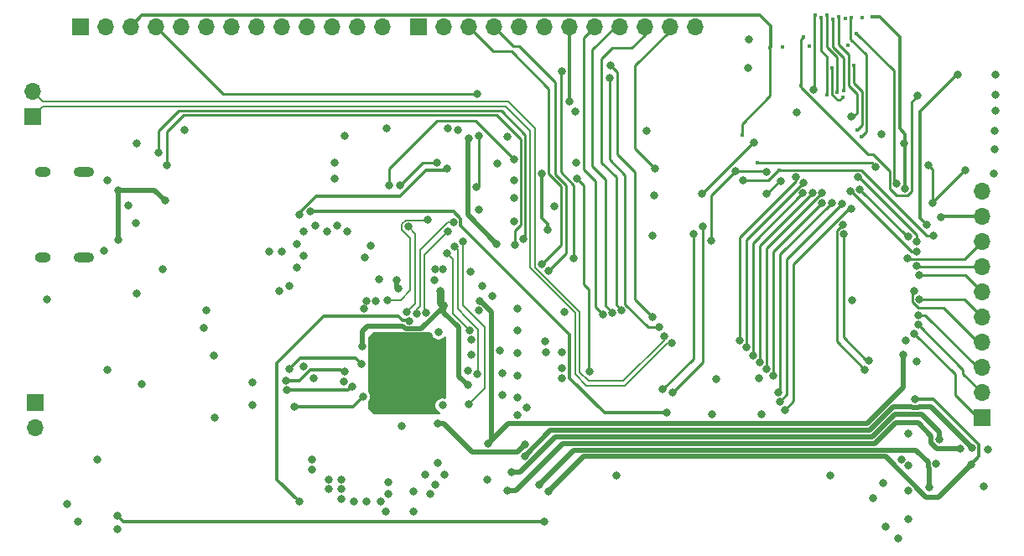
<source format=gbl>
%TF.GenerationSoftware,KiCad,Pcbnew,7.0.5-4d25ed1034~172~ubuntu22.04.1*%
%TF.CreationDate,2023-07-07T08:06:09+02:00*%
%TF.ProjectId,epaper-breakout,65706170-6572-42d6-9272-65616b6f7574,rev?*%
%TF.SameCoordinates,Original*%
%TF.FileFunction,Copper,L4,Bot*%
%TF.FilePolarity,Positive*%
%FSLAX46Y46*%
G04 Gerber Fmt 4.6, Leading zero omitted, Abs format (unit mm)*
G04 Created by KiCad (PCBNEW 7.0.5-4d25ed1034~172~ubuntu22.04.1) date 2023-07-07 08:06:09*
%MOMM*%
%LPD*%
G01*
G04 APERTURE LIST*
%TA.AperFunction,ComponentPad*%
%ADD10C,0.508000*%
%TD*%
%TA.AperFunction,ComponentPad*%
%ADD11R,1.700000X1.700000*%
%TD*%
%TA.AperFunction,ComponentPad*%
%ADD12O,1.700000X1.700000*%
%TD*%
%TA.AperFunction,ComponentPad*%
%ADD13O,2.100000X1.000000*%
%TD*%
%TA.AperFunction,ComponentPad*%
%ADD14O,1.600000X1.000000*%
%TD*%
%TA.AperFunction,ViaPad*%
%ADD15C,0.800000*%
%TD*%
%TA.AperFunction,ViaPad*%
%ADD16C,0.450000*%
%TD*%
%TA.AperFunction,Conductor*%
%ADD17C,0.500000*%
%TD*%
%TA.AperFunction,Conductor*%
%ADD18C,0.250000*%
%TD*%
%TA.AperFunction,Conductor*%
%ADD19C,0.300000*%
%TD*%
%TA.AperFunction,Conductor*%
%ADD20C,0.750000*%
%TD*%
%TA.AperFunction,Conductor*%
%ADD21C,0.200000*%
%TD*%
G04 APERTURE END LIST*
D10*
X66598800Y-47802800D03*
X66598800Y-47015400D03*
X66598800Y-46228000D03*
X66598800Y-45440600D03*
X66598800Y-44653200D03*
X65811400Y-47802800D03*
X65811400Y-47015400D03*
X65811400Y-46228000D03*
X65811400Y-45440600D03*
X65811400Y-44653200D03*
X65024000Y-47802800D03*
X65024000Y-47015400D03*
X65024000Y-46228000D03*
X65024000Y-45440600D03*
X65024000Y-44653200D03*
X64236600Y-47802800D03*
X64236600Y-47015400D03*
X64236600Y-46228000D03*
X64236600Y-45440600D03*
X64236600Y-44653200D03*
X63449200Y-47802800D03*
X63449200Y-47015400D03*
X63449200Y-46228000D03*
X63449200Y-45440600D03*
X63449200Y-44653200D03*
D11*
X27350000Y-49275000D03*
D12*
X27350000Y-51815000D03*
D11*
X27100000Y-20375000D03*
D12*
X27100000Y-17835000D03*
D11*
X122936000Y-50800000D03*
D12*
X122936000Y-48260000D03*
X122936000Y-45720000D03*
X122936000Y-43180000D03*
X122936000Y-40640000D03*
X122936000Y-38100000D03*
X122936000Y-35560000D03*
X122936000Y-33020000D03*
X122936000Y-30480000D03*
X122936000Y-27940000D03*
D11*
X66000000Y-11300000D03*
D12*
X68540000Y-11300000D03*
X71080000Y-11300000D03*
X73620000Y-11300000D03*
X76160000Y-11300000D03*
X78700000Y-11300000D03*
X81240000Y-11300000D03*
X83780000Y-11300000D03*
X86320000Y-11300000D03*
X88860000Y-11300000D03*
X91400000Y-11300000D03*
X93940000Y-11300000D03*
D11*
X31875000Y-11300000D03*
D12*
X34415000Y-11300000D03*
X36955000Y-11300000D03*
X39495000Y-11300000D03*
X42035000Y-11300000D03*
X44575000Y-11300000D03*
X47115000Y-11300000D03*
X49655000Y-11300000D03*
X52195000Y-11300000D03*
X54735000Y-11300000D03*
X57275000Y-11300000D03*
X59815000Y-11300000D03*
X62355000Y-11300000D03*
D13*
X32270000Y-25980000D03*
D14*
X28090000Y-25980000D03*
D13*
X32270000Y-34620000D03*
D14*
X28090000Y-34620000D03*
D15*
X112900000Y-57400000D03*
X68959500Y-21600000D03*
X68658999Y-56500000D03*
D16*
X109350000Y-13210000D03*
D15*
X76000000Y-48750000D03*
X70000000Y-21700000D03*
X34600000Y-26800000D03*
X61200000Y-33400000D03*
X37600000Y-38200000D03*
X115200000Y-43000000D03*
X76000000Y-44250000D03*
X70993000Y-46022000D03*
X81900000Y-19900000D03*
X67750000Y-35750000D03*
X65500000Y-60250000D03*
X37500000Y-31100000D03*
X68072000Y-42164000D03*
X28500000Y-38800000D03*
X74500000Y-46250000D03*
X58800000Y-32000000D03*
X71374000Y-44402000D03*
X89100000Y-21800000D03*
X68500000Y-35750000D03*
X124300000Y-19800000D03*
X40200000Y-35800000D03*
X89800000Y-28300000D03*
X124200000Y-21800000D03*
X115500000Y-52400000D03*
X78800000Y-43100000D03*
X58600000Y-22300000D03*
X76000000Y-39750000D03*
X54400000Y-32000000D03*
X30600000Y-59500000D03*
D16*
X105480000Y-13260000D03*
D15*
X33650000Y-55000000D03*
X100400000Y-46800000D03*
X45400000Y-44500000D03*
X67250000Y-58500000D03*
X54396686Y-45604099D03*
X81995500Y-25000000D03*
X123500000Y-54000000D03*
X57800000Y-31400000D03*
X118300000Y-55409500D03*
X99360000Y-12554502D03*
X114771491Y-54975564D03*
X55250000Y-55000000D03*
X56800000Y-32000000D03*
X99350000Y-15440000D03*
X44600000Y-39900000D03*
X36708582Y-29308012D03*
X77000000Y-49750000D03*
X68451743Y-49531257D03*
X55438000Y-46812000D03*
X124300000Y-18200000D03*
X80540000Y-46750000D03*
X67944000Y-55306000D03*
X107600000Y-56600000D03*
X80500000Y-45750000D03*
X100700000Y-50400000D03*
X62800000Y-21600000D03*
X53800000Y-35600000D03*
X73000000Y-57040000D03*
X86000000Y-56600000D03*
X58496777Y-47094403D03*
X54400000Y-34400000D03*
X115500000Y-61000000D03*
X66750000Y-56500000D03*
X123100000Y-57700000D03*
X76000000Y-46500000D03*
X52250000Y-34000000D03*
X109800000Y-38900000D03*
X55250000Y-56000000D03*
X31650000Y-61250000D03*
D16*
X110860000Y-10360000D03*
D15*
X64367281Y-51584663D03*
X49250000Y-49500000D03*
X113200000Y-61800000D03*
X116300000Y-45100000D03*
X124100000Y-26100000D03*
X45500000Y-50750000D03*
X42400000Y-21700000D03*
X60600000Y-34600000D03*
X67750000Y-57500000D03*
X64000000Y-37750000D03*
X67604000Y-36896000D03*
D16*
X109090000Y-10440000D03*
D15*
X72500000Y-37500000D03*
X55600000Y-31400000D03*
X124300000Y-16100000D03*
X114500000Y-63000000D03*
X95700000Y-50400000D03*
X37600000Y-23100000D03*
X112740000Y-22110000D03*
X35650000Y-62000000D03*
X75705500Y-30934015D03*
X34300000Y-33900000D03*
D16*
X102750000Y-13350000D03*
D15*
X124200000Y-23700000D03*
X62015534Y-36765534D03*
X80800000Y-40100000D03*
X63854000Y-36896000D03*
X44400000Y-41700000D03*
X53800000Y-33200000D03*
X34600000Y-45900000D03*
X62750000Y-60250000D03*
X51000000Y-34000000D03*
X74500000Y-48500000D03*
X76000000Y-42000000D03*
X96100000Y-46900000D03*
X38100000Y-47400000D03*
X74250000Y-44000000D03*
X49250000Y-47250000D03*
X71300000Y-36000000D03*
X76000000Y-50500000D03*
X116430000Y-18260000D03*
X60452000Y-48641000D03*
X117600000Y-57800000D03*
X53500000Y-49663998D03*
D16*
X104620000Y-17250000D03*
X104890000Y-12320000D03*
D15*
X78200000Y-57500000D03*
X121800000Y-55500000D03*
X53000000Y-45840002D03*
X116200000Y-48900000D03*
X60276746Y-45337029D03*
X79200000Y-58200000D03*
X115111595Y-27645000D03*
X115050000Y-23040000D03*
D16*
X111820000Y-10310000D03*
D15*
X76769806Y-54625000D03*
X121900000Y-53800000D03*
X120709500Y-53900000D03*
X117510000Y-25320000D03*
X75000000Y-58100000D03*
X54000000Y-59250000D03*
X121200000Y-25800000D03*
X65123990Y-41021000D03*
X117900000Y-29100000D03*
X91100000Y-50300000D03*
X55151693Y-29951693D03*
D16*
X109730000Y-10400000D03*
D15*
X110600000Y-27700000D03*
D16*
X110720000Y-22430000D03*
D15*
X75700000Y-24700000D03*
X115500000Y-32500000D03*
X63100000Y-27284500D03*
X114954092Y-44450000D03*
X117334015Y-31265985D03*
X72250000Y-39000000D03*
X120490000Y-16170000D03*
X73091535Y-53390500D03*
X104260000Y-19980000D03*
X98815631Y-26784369D03*
X64200000Y-27300000D03*
X118000000Y-32400000D03*
X67900000Y-25000000D03*
D16*
X102420000Y-25800000D03*
D15*
X39800000Y-24000000D03*
X76600000Y-32700000D03*
X40600000Y-25300000D03*
X75800000Y-33300000D03*
D16*
X100280000Y-25070000D03*
D15*
X118600000Y-53000000D03*
X118790500Y-30500000D03*
X112150000Y-25420000D03*
X75448895Y-56250000D03*
X35700000Y-27800000D03*
X40466337Y-28866337D03*
X35700000Y-32800000D03*
X35633940Y-60664443D03*
X78740000Y-61300000D03*
X111500000Y-45000000D03*
X94690000Y-28160000D03*
X108929797Y-32265500D03*
X99940000Y-23010000D03*
X68250000Y-38000000D03*
X70993000Y-47498000D03*
X60326257Y-43559743D03*
X68540000Y-39451000D03*
X72000000Y-18100000D03*
X69598307Y-31001693D03*
X72100000Y-22300000D03*
X65827661Y-40227659D03*
X71900000Y-27500000D03*
X66795248Y-40192747D03*
X69000000Y-32000000D03*
X67000000Y-30800000D03*
X62927794Y-38873237D03*
X70513656Y-32991465D03*
X71100000Y-49400000D03*
X80500000Y-15784500D03*
X81700000Y-34700000D03*
X71967629Y-46342244D03*
X69700000Y-33500000D03*
X68900000Y-34200000D03*
X71197092Y-41985670D03*
X64876356Y-40094004D03*
X65000000Y-31500000D03*
X73500000Y-38500000D03*
X71387944Y-42926000D03*
X65500000Y-58250000D03*
X60750000Y-39000000D03*
X57000000Y-57000000D03*
X72092259Y-39946447D03*
X59500000Y-59250000D03*
X58250000Y-59000000D03*
X71100000Y-22600000D03*
X60500000Y-39750000D03*
X73900000Y-33200000D03*
X58250000Y-57000000D03*
X62250000Y-59250000D03*
X58250000Y-58000000D03*
X63000000Y-58500000D03*
X52000000Y-38000000D03*
X61750000Y-39000000D03*
X53000000Y-37500000D03*
X57000000Y-58000000D03*
X63000000Y-57250000D03*
X60750000Y-59250000D03*
X78900000Y-44200000D03*
X67945000Y-51333000D03*
X76750000Y-53500000D03*
X57600000Y-25000000D03*
X57600000Y-26600000D03*
X89684500Y-32400000D03*
X75700000Y-28600000D03*
X75705500Y-26800000D03*
X115477597Y-58122403D03*
X80500000Y-44200000D03*
X72100000Y-29800000D03*
X79715500Y-29400000D03*
X74034500Y-25100000D03*
X111900000Y-58900000D03*
X75000000Y-22400000D03*
X115500000Y-55600000D03*
X101200000Y-28200000D03*
D16*
X98720000Y-22200000D03*
D15*
X102600000Y-26900000D03*
D16*
X101550000Y-13390000D03*
D15*
X91571232Y-43271232D03*
X90828768Y-42528768D03*
X78459500Y-35300000D03*
X79173237Y-35941268D03*
X89700000Y-40600000D03*
X85400000Y-15200000D03*
X84680970Y-40356952D03*
X85616735Y-40144850D03*
X86548734Y-39916764D03*
X89900000Y-25600000D03*
X82000000Y-26600000D03*
X83300000Y-46090500D03*
X54000000Y-30300000D03*
X79100000Y-31784500D03*
X68900000Y-25600000D03*
X81280000Y-18874500D03*
X78500000Y-26100000D03*
X108900179Y-31267852D03*
X98050000Y-25860000D03*
X111100000Y-45900000D03*
X101190000Y-25955000D03*
X95600000Y-32900000D03*
X109700000Y-29700000D03*
D16*
X110270000Y-11980000D03*
D15*
X114312758Y-27112588D03*
X103000000Y-50000000D03*
X102491465Y-49186344D03*
X108800000Y-29200000D03*
X102392974Y-48231910D03*
X107736233Y-29095737D03*
D16*
X108970000Y-17760000D03*
X107870000Y-10510000D03*
X108840000Y-18410000D03*
D15*
X101871500Y-46569000D03*
X106777322Y-29062072D03*
D16*
X107770000Y-15460000D03*
D15*
X101187000Y-45884500D03*
X106787116Y-28084247D03*
D16*
X107290000Y-10130000D03*
X108300000Y-17930000D03*
D15*
X105812480Y-28090853D03*
X100502500Y-45202500D03*
D16*
X107240000Y-18190000D03*
D15*
X104842351Y-28092952D03*
X99818000Y-44482000D03*
D16*
X106650000Y-10400000D03*
D15*
X104864218Y-27102348D03*
X99125000Y-43675000D03*
X105900000Y-17690000D03*
X98440500Y-42966421D03*
X104130116Y-26484500D03*
D16*
X106060000Y-10150000D03*
D15*
X116100000Y-42300000D03*
X116500000Y-41400000D03*
X116500000Y-40400000D03*
X116115500Y-38000548D03*
X116615500Y-38819475D03*
X116615500Y-36390646D03*
X116300000Y-35484500D03*
X115418078Y-34684500D03*
D16*
X108470000Y-10330000D03*
D15*
X116300000Y-34000000D03*
X109660982Y-27897208D03*
X109760000Y-20340000D03*
X90700000Y-47900000D03*
X93800000Y-32200000D03*
D16*
X110320000Y-21700000D03*
D15*
X94700000Y-31500000D03*
X116315632Y-33015632D03*
D16*
X110020000Y-15200000D03*
D15*
X91650000Y-48250000D03*
X110434500Y-26484500D03*
X58601000Y-46101000D03*
X52629276Y-47047619D03*
X52750000Y-48000000D03*
X59314705Y-47596994D03*
X90300000Y-41600000D03*
X85300000Y-16500000D03*
D17*
X63854000Y-37604000D02*
X64000000Y-37750000D01*
X63854000Y-36896000D02*
X63854000Y-37604000D01*
D18*
X111417537Y-24200000D02*
X111898737Y-24200000D01*
X104620000Y-17250000D02*
X104620000Y-12590000D01*
D19*
X59429002Y-49663998D02*
X60452000Y-48641000D01*
D17*
X116240000Y-54040000D02*
X117490000Y-55290000D01*
X117490000Y-55290000D02*
X117490000Y-55745013D01*
D18*
X115796595Y-18893405D02*
X116430000Y-18260000D01*
X111898737Y-24200000D02*
X113600000Y-25901263D01*
D17*
X117490000Y-55745013D02*
X117600000Y-55855013D01*
D18*
X104620000Y-17250000D02*
X104620000Y-17402463D01*
X113600000Y-25901263D02*
X113600000Y-27645547D01*
D17*
X81660000Y-54040000D02*
X116240000Y-54040000D01*
D19*
X53500000Y-49663998D02*
X59429002Y-49663998D01*
D17*
X78200000Y-57500000D02*
X81660000Y-54040000D01*
D18*
X114284453Y-28330000D02*
X115395332Y-28330000D01*
X115796595Y-27928737D02*
X115796595Y-18893405D01*
X104620000Y-12590000D02*
X104890000Y-12320000D01*
X113600000Y-27645547D02*
X114284453Y-28330000D01*
X115395332Y-28330000D02*
X115796595Y-27928737D01*
D17*
X117600000Y-55855013D02*
X117600000Y-57800000D01*
D18*
X104620000Y-17402463D02*
X111417537Y-24200000D01*
D17*
X82700000Y-54700000D02*
X113200000Y-54700000D01*
X79200000Y-58200000D02*
X82700000Y-54700000D01*
D19*
X54090002Y-44750000D02*
X59689717Y-44750000D01*
X121800000Y-55500000D02*
X122610000Y-54690000D01*
D17*
X117300000Y-58800000D02*
X118500000Y-58800000D01*
X113200000Y-54700000D02*
X117300000Y-58800000D01*
D19*
X118004092Y-48900000D02*
X116200000Y-48900000D01*
X122610000Y-54690000D02*
X122610000Y-53505908D01*
X122610000Y-53505908D02*
X118004092Y-48900000D01*
X59689717Y-44750000D02*
X60276746Y-45337029D01*
X53000000Y-45840002D02*
X54090002Y-44750000D01*
D17*
X118500000Y-58800000D02*
X121800000Y-55500000D01*
D19*
X114600000Y-21600000D02*
X115111595Y-22111595D01*
D17*
X116545513Y-49700000D02*
X116535513Y-49710000D01*
X115854487Y-49700000D02*
X113933380Y-49700000D01*
X113933380Y-49700000D02*
X111573380Y-52060000D01*
D19*
X111820000Y-10310000D02*
X112610000Y-10310000D01*
D17*
X116535513Y-49710000D02*
X115864487Y-49710000D01*
X79340000Y-52060000D02*
X76775000Y-54625000D01*
X76775000Y-54625000D02*
X76769806Y-54625000D01*
X117800000Y-49700000D02*
X116545513Y-49700000D01*
D19*
X114600000Y-12300000D02*
X114600000Y-21600000D01*
D17*
X121900000Y-53800000D02*
X117800000Y-49700000D01*
D19*
X115111595Y-22111595D02*
X115111595Y-27645000D01*
D17*
X115864487Y-49710000D02*
X115854487Y-49700000D01*
X111573380Y-52060000D02*
X79340000Y-52060000D01*
D19*
X112610000Y-10310000D02*
X114600000Y-12300000D01*
X51750000Y-45250000D02*
X51750000Y-57000000D01*
D17*
X80620000Y-53380000D02*
X75900000Y-58100000D01*
X112120140Y-53380000D02*
X80620000Y-53380000D01*
D19*
X64468990Y-40968990D02*
X64000000Y-40500000D01*
X65123990Y-41021000D02*
X65071980Y-40968990D01*
D18*
X117510000Y-25320000D02*
X117900000Y-25710000D01*
D17*
X114200140Y-51300000D02*
X112120140Y-53380000D01*
D18*
X117900000Y-25710000D02*
X117900000Y-29100000D01*
D17*
X117790000Y-52590000D02*
X116500000Y-51300000D01*
X116500000Y-51300000D02*
X114200140Y-51300000D01*
D19*
X117900000Y-29100000D02*
X121200000Y-25800000D01*
D17*
X118354487Y-53900000D02*
X117790000Y-53335513D01*
D19*
X56500000Y-40500000D02*
X64000000Y-40500000D01*
D17*
X75900000Y-58100000D02*
X75000000Y-58100000D01*
X120709500Y-53900000D02*
X118354487Y-53900000D01*
D19*
X56500000Y-40500000D02*
X51750000Y-45250000D01*
X65071980Y-40968990D02*
X64468990Y-40968990D01*
X51750000Y-57000000D02*
X54000000Y-59250000D01*
D17*
X117790000Y-53335513D02*
X117790000Y-52590000D01*
D19*
X81300000Y-42400000D02*
X70308307Y-31408307D01*
X70308307Y-31408307D02*
X70308307Y-30707601D01*
X91100000Y-50300000D02*
X84800000Y-50300000D01*
X81300000Y-46800000D02*
X81300000Y-42400000D01*
X84800000Y-50300000D02*
X81300000Y-46800000D01*
X70308307Y-30707601D02*
X69552399Y-29951693D01*
X69552399Y-29951693D02*
X55151693Y-29951693D01*
D18*
X110600000Y-27700000D02*
X115400000Y-32500000D01*
X111250000Y-14130000D02*
X109670000Y-12550000D01*
X115400000Y-32500000D02*
X115500000Y-32500000D01*
X110720000Y-22430000D02*
X111250000Y-21900000D01*
X67900000Y-20800000D02*
X63100000Y-25600000D01*
X111250000Y-21900000D02*
X111250000Y-14130000D01*
X109670000Y-10460000D02*
X109730000Y-10400000D01*
X71800000Y-20800000D02*
X67900000Y-20800000D01*
X63100000Y-25600000D02*
X63100000Y-27284500D01*
X75700000Y-24700000D02*
X71800000Y-20800000D01*
X109670000Y-12550000D02*
X109670000Y-10460000D01*
D17*
X73440000Y-53042035D02*
X73091535Y-53390500D01*
X111300000Y-51400000D02*
X114954092Y-47745908D01*
D19*
X116700000Y-19900000D02*
X120430000Y-16170000D01*
X116700000Y-30631970D02*
X116700000Y-19900000D01*
D17*
X72300000Y-39000000D02*
X73440000Y-40140000D01*
D19*
X120430000Y-16170000D02*
X120490000Y-16170000D01*
D17*
X75082035Y-51400000D02*
X111300000Y-51400000D01*
D19*
X117334015Y-31265985D02*
X116700000Y-30631970D01*
D17*
X114954092Y-47745908D02*
X114954092Y-44450000D01*
X72250000Y-39000000D02*
X72300000Y-39000000D01*
X73091535Y-53390500D02*
X75082035Y-51400000D01*
X73440000Y-40140000D02*
X73440000Y-53042035D01*
D18*
X118000000Y-32400000D02*
X117330000Y-32400000D01*
X101345631Y-26784369D02*
X98815631Y-26784369D01*
X102330500Y-25799500D02*
X101345631Y-26784369D01*
X67900000Y-25000000D02*
X66500000Y-25000000D01*
X66500000Y-25000000D02*
X64200000Y-27300000D01*
X117330000Y-32400000D02*
X110729500Y-25799500D01*
X110729500Y-25799500D02*
X102330500Y-25799500D01*
X76800000Y-22200000D02*
X76800000Y-32500000D01*
X39800000Y-21800000D02*
X41800000Y-19800000D01*
X76800000Y-32500000D02*
X76600000Y-32700000D01*
X41800000Y-19800000D02*
X74400000Y-19800000D01*
X74400000Y-19800000D02*
X76800000Y-22200000D01*
X39800000Y-24000000D02*
X39800000Y-21800000D01*
X40600000Y-21900000D02*
X40600000Y-25300000D01*
X76390000Y-22690000D02*
X73910000Y-20210000D01*
X75800000Y-31900000D02*
X76390000Y-31310000D01*
X76390000Y-31310000D02*
X76390000Y-22690000D01*
X73910000Y-20210000D02*
X42290000Y-20210000D01*
X75800000Y-33300000D02*
X75800000Y-31900000D01*
X42290000Y-20210000D02*
X40600000Y-21900000D01*
D17*
X118600000Y-53000000D02*
X118600000Y-52200000D01*
D19*
X118810500Y-30480000D02*
X122936000Y-30480000D01*
D17*
X118600000Y-52200000D02*
X116800000Y-50400000D01*
X79820319Y-52720000D02*
X76290319Y-56250000D01*
X111846760Y-52720000D02*
X79820319Y-52720000D01*
D18*
X111800000Y-25070000D02*
X112150000Y-25420000D01*
D17*
X114166760Y-50400000D02*
X111846760Y-52720000D01*
X76290319Y-56250000D02*
X75448895Y-56250000D01*
X116800000Y-50400000D02*
X114166760Y-50400000D01*
D18*
X100280000Y-25070000D02*
X111800000Y-25070000D01*
D19*
X118790500Y-30500000D02*
X118810500Y-30480000D01*
D17*
X39400000Y-27800000D02*
X40466337Y-28866337D01*
X35700000Y-27800000D02*
X39400000Y-27800000D01*
X35700000Y-27800000D02*
X35700000Y-32800000D01*
D19*
X78730000Y-61290000D02*
X36259497Y-61290000D01*
X78740000Y-61300000D02*
X78730000Y-61290000D01*
X36259497Y-61290000D02*
X35633940Y-60664443D01*
D18*
X99840000Y-23010000D02*
X99940000Y-23010000D01*
X111259594Y-45000000D02*
X108929797Y-42670203D01*
X94690000Y-28160000D02*
X99840000Y-23010000D01*
X111500000Y-45000000D02*
X111259594Y-45000000D01*
X108929797Y-42670203D02*
X108929797Y-32265500D01*
D17*
X70104000Y-41656000D02*
X70104000Y-46609000D01*
X60326257Y-42035743D02*
X60833000Y-41529000D01*
D20*
X68250000Y-39161000D02*
X68540000Y-39451000D01*
D17*
X64433188Y-41529000D02*
X64735189Y-41831001D01*
X68599000Y-39510000D02*
X68540000Y-39451000D01*
D20*
X68250000Y-38000000D02*
X68250000Y-39161000D01*
D17*
X60833000Y-41529000D02*
X64433188Y-41529000D01*
X60326257Y-43559743D02*
X60326257Y-42035743D01*
X68540000Y-39592802D02*
X68540000Y-39451000D01*
X68599000Y-40151000D02*
X68599000Y-39510000D01*
X70104000Y-46609000D02*
X70993000Y-47498000D01*
X68599000Y-40151000D02*
X70104000Y-41656000D01*
X66301801Y-41831001D02*
X68540000Y-39592802D01*
X64735189Y-41831001D02*
X66301801Y-41831001D01*
D18*
X72000000Y-18100000D02*
X46295000Y-18100000D01*
D21*
X68998307Y-31001693D02*
X66200000Y-33800000D01*
X66200000Y-39472161D02*
X65827661Y-39844500D01*
D18*
X46295000Y-18100000D02*
X39495000Y-11300000D01*
D21*
X66200000Y-33800000D02*
X66200000Y-39472161D01*
X69598307Y-31001693D02*
X68998307Y-31001693D01*
D18*
X72100000Y-27300000D02*
X72100000Y-22300000D01*
X71900000Y-27500000D02*
X72100000Y-27300000D01*
D21*
X65827661Y-39844500D02*
X65827661Y-40227659D01*
X66643997Y-40041496D02*
X66643997Y-34356003D01*
X66795248Y-40192747D02*
X66643997Y-40041496D01*
X66643997Y-34356003D02*
X69000000Y-32000000D01*
X65200000Y-37900000D02*
X64226763Y-38873237D01*
X64226763Y-38873237D02*
X62927794Y-38873237D01*
X64726619Y-30840000D02*
X64340000Y-31226619D01*
X66960000Y-30840000D02*
X64726619Y-30840000D01*
X65200000Y-32633381D02*
X65200000Y-37900000D01*
X67000000Y-30800000D02*
X66960000Y-30840000D01*
X64340000Y-31773381D02*
X65200000Y-32633381D01*
X64340000Y-31226619D02*
X64340000Y-31773381D01*
X70500000Y-39400000D02*
X72700000Y-41600000D01*
X70500000Y-33005121D02*
X70500000Y-39400000D01*
X70513656Y-32991465D02*
X70500000Y-33005121D01*
X72700000Y-41600000D02*
X72700000Y-47800000D01*
X72700000Y-47800000D02*
X71100000Y-49400000D01*
D18*
X80500000Y-15784500D02*
X80400000Y-15884500D01*
X81700000Y-27300000D02*
X81700000Y-34700000D01*
X80400000Y-26000000D02*
X81700000Y-27300000D01*
X80400000Y-15884500D02*
X80400000Y-26000000D01*
D21*
X70900000Y-40700000D02*
X70000000Y-39800000D01*
X70000000Y-33800000D02*
X69700000Y-33500000D01*
X72047944Y-46261929D02*
X72047944Y-41847944D01*
X70000000Y-39800000D02*
X70000000Y-33800000D01*
X71967629Y-46342244D02*
X72047944Y-46261929D01*
X72047944Y-41847944D02*
X70900000Y-40700000D01*
X68900000Y-34200000D02*
X69500000Y-34800000D01*
X69500000Y-40288578D02*
X71197092Y-41985670D01*
X69500000Y-34800000D02*
X69500000Y-40288578D01*
X65000000Y-31500000D02*
X65700000Y-32200000D01*
X65700000Y-32200000D02*
X65700000Y-39270360D01*
X65700000Y-39270360D02*
X64876356Y-40094004D01*
D17*
X71000000Y-22700000D02*
X71000000Y-30300000D01*
X71000000Y-30300000D02*
X73900000Y-33200000D01*
X71100000Y-22600000D02*
X71000000Y-22700000D01*
X76750000Y-53500000D02*
X76050000Y-54200000D01*
X76050000Y-54200000D02*
X71450000Y-54200000D01*
X71450000Y-54200000D02*
X68583000Y-51333000D01*
X68583000Y-51333000D02*
X67945000Y-51333000D01*
D19*
X101570000Y-13370000D02*
X101550000Y-13390000D01*
X95640000Y-10140000D02*
X100510000Y-10140000D01*
D18*
X98720000Y-22200000D02*
X98720000Y-21110000D01*
D19*
X36955000Y-11300000D02*
X38115000Y-10140000D01*
X101570000Y-11200000D02*
X101570000Y-13370000D01*
X38115000Y-10140000D02*
X95640000Y-10140000D01*
D18*
X98720000Y-21110000D02*
X101550000Y-18280000D01*
X102600000Y-26900000D02*
X102500000Y-26900000D01*
X101550000Y-18280000D02*
X101550000Y-13390000D01*
D19*
X100510000Y-10140000D02*
X101570000Y-11200000D01*
D18*
X102500000Y-26900000D02*
X101200000Y-28200000D01*
D21*
X74830001Y-19330001D02*
X28144999Y-19330001D01*
X81875000Y-46393200D02*
X81875000Y-40184116D01*
X83006800Y-47525000D02*
X81875000Y-46393200D01*
X77300000Y-21800000D02*
X74830001Y-19330001D01*
X86893199Y-47525000D02*
X83006800Y-47525000D01*
X77300000Y-35609116D02*
X77300000Y-21800000D01*
X81875000Y-40184116D02*
X77300000Y-35609116D01*
X91571232Y-43271232D02*
X91146967Y-43271232D01*
X91146967Y-43271232D02*
X86893199Y-47525000D01*
X28144999Y-19330001D02*
X27100000Y-20375000D01*
X83193200Y-47075000D02*
X82325000Y-46206800D01*
X90828768Y-42953033D02*
X86706801Y-47075000D01*
X28144999Y-18879999D02*
X27100000Y-17835000D01*
X77800000Y-21600000D02*
X75079999Y-18879999D01*
X82325000Y-40125000D02*
X77800000Y-35600000D01*
X90828768Y-42528768D02*
X90828768Y-42953033D01*
X86706801Y-47075000D02*
X83193200Y-47075000D01*
X75079999Y-18879999D02*
X28144999Y-18879999D01*
X77800000Y-35600000D02*
X77800000Y-21600000D01*
X82325000Y-46206800D02*
X82325000Y-40125000D01*
D18*
X79185000Y-26164828D02*
X79185000Y-17585000D01*
X75400000Y-13800000D02*
X73580000Y-13800000D01*
X79185000Y-17585000D02*
X75400000Y-13800000D01*
X78459500Y-35300000D02*
X80400000Y-33359500D01*
X73580000Y-13800000D02*
X71080000Y-11300000D01*
X80400000Y-33359500D02*
X80400000Y-27379828D01*
X80400000Y-27379828D02*
X79185000Y-26164828D01*
X80950000Y-34164505D02*
X80950000Y-27350000D01*
X79173237Y-35941268D02*
X80950000Y-34164505D01*
X80950000Y-27350000D02*
X79800000Y-26200000D01*
X76200000Y-13300000D02*
X75620000Y-13300000D01*
X75620000Y-13300000D02*
X73620000Y-11300000D01*
X79800000Y-16900000D02*
X76200000Y-13300000D01*
X79800000Y-26200000D02*
X79800000Y-16900000D01*
X86100000Y-24200000D02*
X86100000Y-15900000D01*
X86100000Y-15900000D02*
X85400000Y-15200000D01*
X89700000Y-40600000D02*
X87900000Y-38800000D01*
X87900000Y-26000000D02*
X86100000Y-24200000D01*
X87900000Y-38800000D02*
X87900000Y-26000000D01*
X84680970Y-40356952D02*
X83900000Y-39575982D01*
X83900000Y-39575982D02*
X83900000Y-26900000D01*
X82680000Y-12400000D02*
X83780000Y-11300000D01*
X82680000Y-25680000D02*
X82680000Y-12400000D01*
X83900000Y-26900000D02*
X82680000Y-25680000D01*
X83600000Y-13620000D02*
X85920000Y-11300000D01*
X85920000Y-11300000D02*
X86320000Y-11300000D01*
X85616735Y-40144850D02*
X84900000Y-39428115D01*
X84900000Y-26700000D02*
X83600000Y-25400000D01*
X83600000Y-25400000D02*
X83600000Y-13620000D01*
X84900000Y-39428115D02*
X84900000Y-26700000D01*
X84500000Y-25000000D02*
X84500000Y-14559293D01*
X86000000Y-26500000D02*
X84500000Y-25000000D01*
X86000000Y-39368030D02*
X86000000Y-26500000D01*
X88860000Y-12140000D02*
X88860000Y-11300000D01*
X84500000Y-14559293D02*
X85630278Y-13429015D01*
X86548734Y-39916764D02*
X86000000Y-39368030D01*
X87570985Y-13429015D02*
X88860000Y-12140000D01*
X85630278Y-13429015D02*
X87570985Y-13429015D01*
X87900000Y-15200000D02*
X91400000Y-11700000D01*
X91400000Y-11700000D02*
X91400000Y-11300000D01*
X87900000Y-23600000D02*
X87900000Y-15200000D01*
X89900000Y-25600000D02*
X87900000Y-23600000D01*
X83200000Y-45990500D02*
X83300000Y-46090500D01*
X82700000Y-37300000D02*
X83200000Y-37800000D01*
X82000000Y-26600000D02*
X82700000Y-27300000D01*
X82700000Y-27300000D02*
X82700000Y-37300000D01*
X83200000Y-37800000D02*
X83200000Y-45990500D01*
D19*
X79100000Y-31784500D02*
X79100000Y-31200000D01*
X55700000Y-28400000D02*
X54000000Y-30100000D01*
X68700000Y-25800000D02*
X66800000Y-25800000D01*
X68900000Y-25600000D02*
X68700000Y-25800000D01*
X66800000Y-25800000D02*
X64200000Y-28400000D01*
X79100000Y-31200000D02*
X78500000Y-30600000D01*
X81280000Y-18874500D02*
X81240000Y-18834500D01*
X81240000Y-18834500D02*
X81240000Y-11300000D01*
X78500000Y-30600000D02*
X78500000Y-26100000D01*
X54000000Y-30100000D02*
X54000000Y-30300000D01*
X64200000Y-28400000D02*
X55700000Y-28400000D01*
D18*
X98050000Y-25860000D02*
X98100000Y-25910000D01*
X108245297Y-43045297D02*
X111100000Y-45900000D01*
X108245297Y-31922734D02*
X108245297Y-43045297D01*
X95600000Y-28310000D02*
X98050000Y-25860000D01*
X101145000Y-25910000D02*
X101190000Y-25955000D01*
X95600000Y-32900000D02*
X95600000Y-28310000D01*
X98100000Y-25910000D02*
X101145000Y-25910000D01*
X108900179Y-31267852D02*
X108245297Y-31922734D01*
X109500000Y-29700000D02*
X109700000Y-29700000D01*
X114010000Y-26809830D02*
X114312758Y-27112588D01*
X103925000Y-49075000D02*
X103925000Y-35275000D01*
X103000000Y-50000000D02*
X103925000Y-49075000D01*
X114010000Y-15720000D02*
X114010000Y-26809830D01*
X110270000Y-11980000D02*
X114010000Y-15720000D01*
X103925000Y-35275000D02*
X109500000Y-29700000D01*
X102491465Y-49186344D02*
X103240500Y-48437309D01*
X103240500Y-48437309D02*
X103240500Y-34759500D01*
X103240500Y-34759500D02*
X108800000Y-29200000D01*
X102556000Y-48068884D02*
X102556000Y-34275970D01*
X102556000Y-34275970D02*
X107736233Y-29095737D01*
X102392974Y-48231910D02*
X102556000Y-48068884D01*
X108970000Y-17760000D02*
X108970000Y-14450000D01*
X108970000Y-14450000D02*
X107900000Y-13380000D01*
X107900000Y-13380000D02*
X107870000Y-13350000D01*
X107870000Y-13350000D02*
X107870000Y-10510000D01*
X107770000Y-18142463D02*
X107770000Y-15460000D01*
X101871500Y-46569000D02*
X101871500Y-33967894D01*
X108840000Y-18410000D02*
X108535000Y-18715000D01*
X108342537Y-18715000D02*
X107770000Y-18142463D01*
X108535000Y-18715000D02*
X108342537Y-18715000D01*
X101871500Y-33967894D02*
X106777322Y-29062072D01*
X108300000Y-14359828D02*
X107290000Y-13349828D01*
X107290000Y-13349828D02*
X107290000Y-10130000D01*
X108300000Y-17930000D02*
X108300000Y-14359828D01*
X101187000Y-33684363D02*
X106787116Y-28084247D01*
X101187000Y-45884500D02*
X101187000Y-33684363D01*
X100502500Y-33400833D02*
X105812480Y-28090853D01*
X100502500Y-45202500D02*
X100502500Y-33400833D01*
X99818000Y-44482000D02*
X99818000Y-33117303D01*
X106660000Y-13730000D02*
X106660000Y-10410000D01*
X99818000Y-33117303D02*
X104842351Y-28092952D01*
X107240000Y-14310000D02*
X106660000Y-13730000D01*
X106660000Y-10410000D02*
X106650000Y-10400000D01*
X107240000Y-18190000D02*
X107240000Y-14310000D01*
X99125000Y-32841566D02*
X104864218Y-27102348D01*
X99125000Y-43675000D02*
X99125000Y-32841566D01*
X106005000Y-10205000D02*
X106060000Y-10150000D01*
X104130116Y-26484500D02*
X104130116Y-26868418D01*
X98440500Y-32558034D02*
X98440500Y-42966421D01*
X104130116Y-26868418D02*
X98440500Y-32558034D01*
X106005000Y-17585000D02*
X106005000Y-10205000D01*
X105900000Y-17690000D02*
X106005000Y-17585000D01*
X120200000Y-48500000D02*
X120200000Y-46400000D01*
X120200000Y-46400000D02*
X116100000Y-42300000D01*
X122500000Y-50800000D02*
X120200000Y-48500000D01*
X122936000Y-50800000D02*
X122500000Y-50800000D01*
X116500000Y-41400000D02*
X121020000Y-45920000D01*
X121020000Y-46344000D02*
X122936000Y-48260000D01*
X121020000Y-45920000D02*
X121020000Y-46344000D01*
X116500000Y-40400000D02*
X117180000Y-40400000D01*
X122500000Y-45720000D02*
X122936000Y-45720000D01*
X117180000Y-40400000D02*
X122500000Y-45720000D01*
X122500000Y-43180000D02*
X122936000Y-43180000D01*
X116115500Y-38000548D02*
X115930500Y-38185548D01*
X115930500Y-38185548D02*
X115930500Y-39103212D01*
X115930500Y-39103212D02*
X116527288Y-39700000D01*
X116527288Y-39700000D02*
X119020000Y-39700000D01*
X119020000Y-39700000D02*
X122500000Y-43180000D01*
X121115475Y-38819475D02*
X122936000Y-40640000D01*
X116615500Y-38819475D02*
X121115475Y-38819475D01*
X116615500Y-36390646D02*
X121226646Y-36390646D01*
X121226646Y-36390646D02*
X122936000Y-38100000D01*
X116300000Y-35484500D02*
X116375500Y-35560000D01*
X116375500Y-35560000D02*
X122936000Y-35560000D01*
X115418078Y-34684500D02*
X115533578Y-34800000D01*
X115533578Y-34800000D02*
X121156000Y-34800000D01*
X121156000Y-34800000D02*
X122936000Y-33020000D01*
X115788000Y-34000000D02*
X116300000Y-34000000D01*
X110330000Y-18110000D02*
X110330000Y-19960000D01*
X109490000Y-14110000D02*
X108470000Y-13090000D01*
X109760000Y-20340000D02*
X109950000Y-20340000D01*
X109950000Y-20340000D02*
X110330000Y-19960000D01*
X110330000Y-18110000D02*
X109490000Y-17270000D01*
X109490000Y-17270000D02*
X109490000Y-14110000D01*
X93800000Y-44800000D02*
X93800000Y-32200000D01*
X109685208Y-27897208D02*
X115788000Y-34000000D01*
X108470000Y-13090000D02*
X108470000Y-10330000D01*
X90700000Y-47900000D02*
X93800000Y-44800000D01*
X109660982Y-27897208D02*
X109685208Y-27897208D01*
X110840000Y-21180000D02*
X110840000Y-17860000D01*
X116315632Y-32315632D02*
X116315632Y-33015632D01*
X110320000Y-21700000D02*
X110840000Y-21180000D01*
X109950000Y-16970000D02*
X109950000Y-15270000D01*
X110484500Y-26484500D02*
X116315632Y-32315632D01*
X110434500Y-26484500D02*
X110484500Y-26484500D01*
X91650000Y-48250000D02*
X94700000Y-45200000D01*
X110840000Y-17860000D02*
X109950000Y-16970000D01*
X109950000Y-15270000D02*
X110020000Y-15200000D01*
X94700000Y-45200000D02*
X94700000Y-31500000D01*
D19*
X52629276Y-47047619D02*
X54003968Y-47047619D01*
X58194900Y-45944900D02*
X58351000Y-46101000D01*
X58351000Y-46101000D02*
X58601000Y-46101000D01*
X55106687Y-45944900D02*
X58194900Y-45944900D01*
X54003968Y-47047619D02*
X55106687Y-45944900D01*
X58911699Y-48000000D02*
X59314705Y-47596994D01*
X52750000Y-48000000D02*
X58911699Y-48000000D01*
D18*
X90300000Y-41600000D02*
X89200000Y-41600000D01*
X85300000Y-24700000D02*
X85300000Y-16500000D01*
X86900000Y-26300000D02*
X85300000Y-24700000D01*
X89200000Y-41600000D02*
X86900000Y-39300000D01*
X86900000Y-39300000D02*
X86900000Y-26300000D01*
%TA.AperFunction,Conductor*%
G36*
X67322850Y-42184002D02*
G01*
X67369343Y-42237658D01*
X67379810Y-42274813D01*
X67386859Y-42332871D01*
X67447179Y-42491925D01*
X67447181Y-42491929D01*
X67511075Y-42584494D01*
X67543817Y-42631929D01*
X67671148Y-42744734D01*
X67821775Y-42823790D01*
X67821776Y-42823790D01*
X67821778Y-42823791D01*
X67978461Y-42862409D01*
X67986944Y-42864500D01*
X67986947Y-42864500D01*
X68157053Y-42864500D01*
X68157056Y-42864500D01*
X68322225Y-42823790D01*
X68472852Y-42744734D01*
X68600183Y-42631929D01*
X68600186Y-42631923D01*
X68605240Y-42626221D01*
X68607517Y-42628238D01*
X68651749Y-42592334D01*
X68722312Y-42584494D01*
X68785911Y-42616048D01*
X68789476Y-42619476D01*
X68797095Y-42627095D01*
X68831121Y-42689407D01*
X68834000Y-42716190D01*
X68834000Y-48743182D01*
X68813998Y-48811303D01*
X68760342Y-48857796D01*
X68690068Y-48867900D01*
X68677847Y-48865521D01*
X68536802Y-48830757D01*
X68536799Y-48830757D01*
X68366687Y-48830757D01*
X68366683Y-48830757D01*
X68201521Y-48871465D01*
X68201517Y-48871467D01*
X68050891Y-48950522D01*
X68050885Y-48950527D01*
X67923561Y-49063326D01*
X67923559Y-49063328D01*
X67826924Y-49203327D01*
X67826922Y-49203331D01*
X67766602Y-49362385D01*
X67746098Y-49531254D01*
X67746098Y-49531259D01*
X67766602Y-49700128D01*
X67826922Y-49859182D01*
X67826924Y-49859186D01*
X67826925Y-49859187D01*
X67923560Y-49999186D01*
X68050891Y-50111991D01*
X68183201Y-50181433D01*
X68234223Y-50230801D01*
X68250455Y-50299917D01*
X68226743Y-50366837D01*
X68170616Y-50410314D01*
X68124645Y-50419000D01*
X61512190Y-50419000D01*
X61444069Y-50398998D01*
X61423095Y-50382095D01*
X60996905Y-49955905D01*
X60962879Y-49893593D01*
X60960000Y-49866810D01*
X60960000Y-49177432D01*
X60980002Y-49109311D01*
X60982304Y-49105856D01*
X61011659Y-49063328D01*
X61076818Y-48968930D01*
X61137140Y-48809872D01*
X61157645Y-48641000D01*
X61137140Y-48472128D01*
X61076818Y-48313070D01*
X61076817Y-48313069D01*
X60982304Y-48176143D01*
X60960068Y-48108718D01*
X60960000Y-48104567D01*
X60960000Y-45528853D01*
X60961862Y-45513575D01*
X60960968Y-45513467D01*
X60982391Y-45337031D01*
X60982391Y-45337026D01*
X60960968Y-45160593D01*
X60961853Y-45160485D01*
X60960000Y-45145206D01*
X60960000Y-42716190D01*
X60980002Y-42648069D01*
X60996905Y-42627095D01*
X61423095Y-42200905D01*
X61485407Y-42166879D01*
X61512190Y-42164000D01*
X67254729Y-42164000D01*
X67322850Y-42184002D01*
G37*
%TD.AperFunction*%
M02*

</source>
